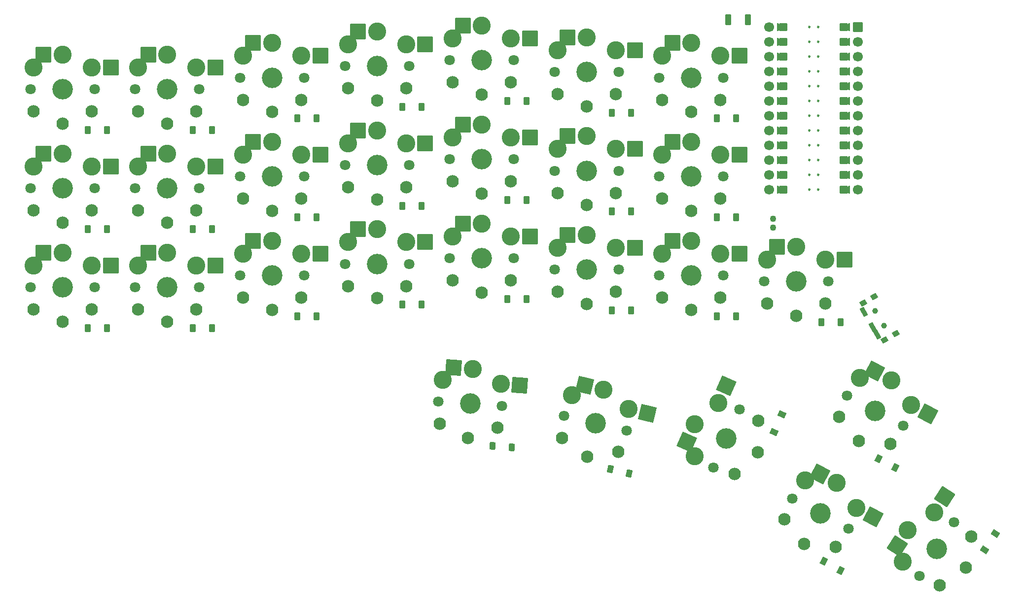
<source format=gbr>
%TF.GenerationSoftware,KiCad,Pcbnew,6.0.7*%
%TF.CreationDate,2022-09-14T22:19:13-04:00*%
%TF.ProjectId,flutter_v2_wren,666c7574-7465-4725-9f76-325f7772656e,v1.0.0*%
%TF.SameCoordinates,Original*%
%TF.FileFunction,Soldermask,Bot*%
%TF.FilePolarity,Negative*%
%FSLAX46Y46*%
G04 Gerber Fmt 4.6, Leading zero omitted, Abs format (unit mm)*
G04 Created by KiCad (PCBNEW 6.0.7) date 2022-09-14 22:19:13*
%MOMM*%
%LPD*%
G01*
G04 APERTURE LIST*
G04 Aperture macros list*
%AMRoundRect*
0 Rectangle with rounded corners*
0 $1 Rounding radius*
0 $2 $3 $4 $5 $6 $7 $8 $9 X,Y pos of 4 corners*
0 Add a 4 corners polygon primitive as box body*
4,1,4,$2,$3,$4,$5,$6,$7,$8,$9,$2,$3,0*
0 Add four circle primitives for the rounded corners*
1,1,$1+$1,$2,$3*
1,1,$1+$1,$4,$5*
1,1,$1+$1,$6,$7*
1,1,$1+$1,$8,$9*
0 Add four rect primitives between the rounded corners*
20,1,$1+$1,$2,$3,$4,$5,0*
20,1,$1+$1,$4,$5,$6,$7,0*
20,1,$1+$1,$6,$7,$8,$9,0*
20,1,$1+$1,$8,$9,$2,$3,0*%
%AMFreePoly0*
4,1,14,0.635355,0.435355,0.650000,0.400000,0.650000,0.200000,0.635355,0.164645,0.035355,-0.435355,0.000000,-0.450000,-0.035355,-0.435355,-0.635355,0.164645,-0.650000,0.200000,-0.650000,0.400000,-0.635355,0.435355,-0.600000,0.450000,0.600000,0.450000,0.635355,0.435355,0.635355,0.435355,$1*%
%AMFreePoly1*
4,1,16,0.635355,1.035355,0.650000,1.000000,0.650000,-0.250000,0.635355,-0.285355,0.600000,-0.300000,-0.600000,-0.300000,-0.635355,-0.285355,-0.650000,-0.250000,-0.650000,1.000000,-0.635355,1.035355,-0.600000,1.050000,-0.564645,1.035355,0.000000,0.470710,0.564645,1.035355,0.600000,1.050000,0.635355,1.035355,0.635355,1.035355,$1*%
G04 Aperture macros list end*
%ADD10C,0.250000*%
%ADD11C,0.100000*%
%ADD12C,1.100000*%
%ADD13RoundRect,0.050000X0.450000X0.600000X-0.450000X0.600000X-0.450000X-0.600000X0.450000X-0.600000X0*%
%ADD14C,1.801800*%
%ADD15C,3.100000*%
%ADD16C,3.529000*%
%ADD17RoundRect,0.050000X-1.300000X-1.300000X1.300000X-1.300000X1.300000X1.300000X-1.300000X1.300000X0*%
%ADD18C,2.132000*%
%ADD19RoundRect,0.050000X0.658851X-1.716367X1.716367X0.658851X-0.658851X1.716367X-1.716367X-0.658851X0*%
%ADD20RoundRect,0.050000X-0.258115X0.704185X-0.748290X-0.050618X0.258115X-0.704185X0.748290X0.050618X0*%
%ADD21RoundRect,0.050000X0.679009X0.318506X-0.115643X0.741031X-0.679009X-0.318506X0.115643X-0.741031X0*%
%ADD22RoundRect,0.050000X-1.758145X-0.537519X0.537519X-1.758145X1.758145X0.537519X-0.537519X1.758145X0*%
%ADD23RoundRect,0.050000X0.382241X-1.798302X1.798302X0.382241X-0.382241X1.798302X-1.798302X-0.382241X0*%
%ADD24RoundRect,0.050000X-0.450000X-0.850000X0.450000X-0.850000X0.450000X0.850000X-0.450000X0.850000X0*%
%ADD25RoundRect,0.050000X-1.567560X-0.960602X0.960602X-1.567560X1.567560X0.960602X-0.960602X1.567560X0*%
%ADD26C,1.700000*%
%ADD27FreePoly0,90.000000*%
%ADD28FreePoly0,270.000000*%
%ADD29RoundRect,0.050000X-0.800000X0.800000X-0.800000X-0.800000X0.800000X-0.800000X0.800000X0.800000X0*%
%ADD30FreePoly1,90.000000*%
%ADD31FreePoly1,270.000000*%
%ADD32RoundRect,0.050000X-1.387517X-1.206150X1.206150X-1.387517X1.387517X1.206150X-1.206150X1.387517X0*%
%ADD33C,1.000000*%
%ADD34RoundRect,0.050000X-0.233013X-0.596410X0.633013X-0.096410X0.233013X0.596410X-0.633013X0.096410X0*%
%ADD35RoundRect,0.050000X0.071891X-0.824519X0.678109X-0.474519X-0.071891X0.824519X-0.678109X0.474519X0*%
%ADD36RoundRect,0.050000X0.577634X0.478372X-0.297499X0.688472X-0.577634X-0.478372X0.297499X-0.688472X0*%
%ADD37RoundRect,0.050000X-0.365096X0.655137X-0.731159X-0.167053X0.365096X-0.655137X0.731159X0.167053X0*%
%ADD38RoundRect,0.050000X0.490758X0.567148X-0.407050X0.629929X-0.490758X-0.567148X0.407050X-0.629929X0*%
G04 APERTURE END LIST*
D10*
%TO.C,MCU1*%
X129887000Y39640000D02*
G75*
G03*
X129887000Y39640000I-125000J0D01*
G01*
X129887000Y42180000D02*
G75*
G03*
X129887000Y42180000I-125000J0D01*
G01*
X129887000Y19320000D02*
G75*
G03*
X129887000Y19320000I-125000J0D01*
G01*
X128363000Y37100000D02*
G75*
G03*
X128363000Y37100000I-125000J0D01*
G01*
X129887000Y37100000D02*
G75*
G03*
X129887000Y37100000I-125000J0D01*
G01*
X128363000Y21860000D02*
G75*
G03*
X128363000Y21860000I-125000J0D01*
G01*
X128363000Y39640000D02*
G75*
G03*
X128363000Y39640000I-125000J0D01*
G01*
X128363000Y29480000D02*
G75*
G03*
X128363000Y29480000I-125000J0D01*
G01*
X129887000Y21860000D02*
G75*
G03*
X129887000Y21860000I-125000J0D01*
G01*
X129887000Y16780000D02*
G75*
G03*
X129887000Y16780000I-125000J0D01*
G01*
X128363000Y44720000D02*
G75*
G03*
X128363000Y44720000I-125000J0D01*
G01*
X129887000Y24400000D02*
G75*
G03*
X129887000Y24400000I-125000J0D01*
G01*
X129887000Y44720000D02*
G75*
G03*
X129887000Y44720000I-125000J0D01*
G01*
X129887000Y26940000D02*
G75*
G03*
X129887000Y26940000I-125000J0D01*
G01*
X128363000Y32020000D02*
G75*
G03*
X128363000Y32020000I-125000J0D01*
G01*
X128363000Y16780000D02*
G75*
G03*
X128363000Y16780000I-125000J0D01*
G01*
X129887000Y34560000D02*
G75*
G03*
X129887000Y34560000I-125000J0D01*
G01*
X128363000Y24400000D02*
G75*
G03*
X128363000Y24400000I-125000J0D01*
G01*
X128363000Y42180000D02*
G75*
G03*
X128363000Y42180000I-125000J0D01*
G01*
X129887000Y29480000D02*
G75*
G03*
X129887000Y29480000I-125000J0D01*
G01*
X129887000Y32020000D02*
G75*
G03*
X129887000Y32020000I-125000J0D01*
G01*
X128363000Y19320000D02*
G75*
G03*
X128363000Y19320000I-125000J0D01*
G01*
X128363000Y34560000D02*
G75*
G03*
X128363000Y34560000I-125000J0D01*
G01*
X128363000Y26940000D02*
G75*
G03*
X128363000Y26940000I-125000J0D01*
G01*
G36*
X123920000Y26432000D02*
G01*
X122904000Y26432000D01*
X122904000Y27448000D01*
X123920000Y27448000D01*
X123920000Y26432000D01*
G37*
D11*
X123920000Y26432000D02*
X122904000Y26432000D01*
X122904000Y27448000D01*
X123920000Y27448000D01*
X123920000Y26432000D01*
G36*
X135096000Y26432000D02*
G01*
X134080000Y26432000D01*
X134080000Y27448000D01*
X135096000Y27448000D01*
X135096000Y26432000D01*
G37*
X135096000Y26432000D02*
X134080000Y26432000D01*
X134080000Y27448000D01*
X135096000Y27448000D01*
X135096000Y26432000D01*
G36*
X123920000Y31512000D02*
G01*
X122904000Y31512000D01*
X122904000Y32528000D01*
X123920000Y32528000D01*
X123920000Y31512000D01*
G37*
X123920000Y31512000D02*
X122904000Y31512000D01*
X122904000Y32528000D01*
X123920000Y32528000D01*
X123920000Y31512000D01*
G36*
X123920000Y18812000D02*
G01*
X122904000Y18812000D01*
X122904000Y19828000D01*
X123920000Y19828000D01*
X123920000Y18812000D01*
G37*
X123920000Y18812000D02*
X122904000Y18812000D01*
X122904000Y19828000D01*
X123920000Y19828000D01*
X123920000Y18812000D01*
G36*
X135096000Y41672000D02*
G01*
X134080000Y41672000D01*
X134080000Y42688000D01*
X135096000Y42688000D01*
X135096000Y41672000D01*
G37*
X135096000Y41672000D02*
X134080000Y41672000D01*
X134080000Y42688000D01*
X135096000Y42688000D01*
X135096000Y41672000D01*
G36*
X123920000Y16272000D02*
G01*
X122904000Y16272000D01*
X122904000Y17288000D01*
X123920000Y17288000D01*
X123920000Y16272000D01*
G37*
X123920000Y16272000D02*
X122904000Y16272000D01*
X122904000Y17288000D01*
X123920000Y17288000D01*
X123920000Y16272000D01*
G36*
X123920000Y39132000D02*
G01*
X122904000Y39132000D01*
X122904000Y40148000D01*
X123920000Y40148000D01*
X123920000Y39132000D01*
G37*
X123920000Y39132000D02*
X122904000Y39132000D01*
X122904000Y40148000D01*
X123920000Y40148000D01*
X123920000Y39132000D01*
G36*
X135096000Y31512000D02*
G01*
X134080000Y31512000D01*
X134080000Y32528000D01*
X135096000Y32528000D01*
X135096000Y31512000D01*
G37*
X135096000Y31512000D02*
X134080000Y31512000D01*
X134080000Y32528000D01*
X135096000Y32528000D01*
X135096000Y31512000D01*
G36*
X135096000Y21352000D02*
G01*
X134080000Y21352000D01*
X134080000Y22368000D01*
X135096000Y22368000D01*
X135096000Y21352000D01*
G37*
X135096000Y21352000D02*
X134080000Y21352000D01*
X134080000Y22368000D01*
X135096000Y22368000D01*
X135096000Y21352000D01*
G36*
X123920000Y23892000D02*
G01*
X122904000Y23892000D01*
X122904000Y24908000D01*
X123920000Y24908000D01*
X123920000Y23892000D01*
G37*
X123920000Y23892000D02*
X122904000Y23892000D01*
X122904000Y24908000D01*
X123920000Y24908000D01*
X123920000Y23892000D01*
G36*
X135096000Y44212000D02*
G01*
X134080000Y44212000D01*
X134080000Y45228000D01*
X135096000Y45228000D01*
X135096000Y44212000D01*
G37*
X135096000Y44212000D02*
X134080000Y44212000D01*
X134080000Y45228000D01*
X135096000Y45228000D01*
X135096000Y44212000D01*
G36*
X123920000Y21352000D02*
G01*
X122904000Y21352000D01*
X122904000Y22368000D01*
X123920000Y22368000D01*
X123920000Y21352000D01*
G37*
X123920000Y21352000D02*
X122904000Y21352000D01*
X122904000Y22368000D01*
X123920000Y22368000D01*
X123920000Y21352000D01*
G36*
X123920000Y36592000D02*
G01*
X122904000Y36592000D01*
X122904000Y37608000D01*
X123920000Y37608000D01*
X123920000Y36592000D01*
G37*
X123920000Y36592000D02*
X122904000Y36592000D01*
X122904000Y37608000D01*
X123920000Y37608000D01*
X123920000Y36592000D01*
G36*
X123920000Y41672000D02*
G01*
X122904000Y41672000D01*
X122904000Y42688000D01*
X123920000Y42688000D01*
X123920000Y41672000D01*
G37*
X123920000Y41672000D02*
X122904000Y41672000D01*
X122904000Y42688000D01*
X123920000Y42688000D01*
X123920000Y41672000D01*
G36*
X135096000Y23892000D02*
G01*
X134080000Y23892000D01*
X134080000Y24908000D01*
X135096000Y24908000D01*
X135096000Y23892000D01*
G37*
X135096000Y23892000D02*
X134080000Y23892000D01*
X134080000Y24908000D01*
X135096000Y24908000D01*
X135096000Y23892000D01*
G36*
X123920000Y34052000D02*
G01*
X122904000Y34052000D01*
X122904000Y35068000D01*
X123920000Y35068000D01*
X123920000Y34052000D01*
G37*
X123920000Y34052000D02*
X122904000Y34052000D01*
X122904000Y35068000D01*
X123920000Y35068000D01*
X123920000Y34052000D01*
G36*
X135096000Y39132000D02*
G01*
X134080000Y39132000D01*
X134080000Y40148000D01*
X135096000Y40148000D01*
X135096000Y39132000D01*
G37*
X135096000Y39132000D02*
X134080000Y39132000D01*
X134080000Y40148000D01*
X135096000Y40148000D01*
X135096000Y39132000D01*
G36*
X123920000Y28972000D02*
G01*
X122904000Y28972000D01*
X122904000Y29988000D01*
X123920000Y29988000D01*
X123920000Y28972000D01*
G37*
X123920000Y28972000D02*
X122904000Y28972000D01*
X122904000Y29988000D01*
X123920000Y29988000D01*
X123920000Y28972000D01*
G36*
X135096000Y36592000D02*
G01*
X134080000Y36592000D01*
X134080000Y37608000D01*
X135096000Y37608000D01*
X135096000Y36592000D01*
G37*
X135096000Y36592000D02*
X134080000Y36592000D01*
X134080000Y37608000D01*
X135096000Y37608000D01*
X135096000Y36592000D01*
G36*
X135096000Y34052000D02*
G01*
X134080000Y34052000D01*
X134080000Y35068000D01*
X135096000Y35068000D01*
X135096000Y34052000D01*
G37*
X135096000Y34052000D02*
X134080000Y34052000D01*
X134080000Y35068000D01*
X135096000Y35068000D01*
X135096000Y34052000D01*
G36*
X123920000Y44212000D02*
G01*
X122904000Y44212000D01*
X122904000Y45228000D01*
X123920000Y45228000D01*
X123920000Y44212000D01*
G37*
X123920000Y44212000D02*
X122904000Y44212000D01*
X122904000Y45228000D01*
X123920000Y45228000D01*
X123920000Y44212000D01*
G36*
X135096000Y16272000D02*
G01*
X134080000Y16272000D01*
X134080000Y17288000D01*
X135096000Y17288000D01*
X135096000Y16272000D01*
G37*
X135096000Y16272000D02*
X134080000Y16272000D01*
X134080000Y17288000D01*
X135096000Y17288000D01*
X135096000Y16272000D01*
G36*
X135096000Y18812000D02*
G01*
X134080000Y18812000D01*
X134080000Y19828000D01*
X135096000Y19828000D01*
X135096000Y18812000D01*
G37*
X135096000Y18812000D02*
X134080000Y18812000D01*
X134080000Y19828000D01*
X135096000Y19828000D01*
X135096000Y18812000D01*
G36*
X135096000Y28972000D02*
G01*
X134080000Y28972000D01*
X134080000Y29988000D01*
X135096000Y29988000D01*
X135096000Y28972000D01*
G37*
X135096000Y28972000D02*
X134080000Y28972000D01*
X134080000Y29988000D01*
X135096000Y29988000D01*
X135096000Y28972000D01*
%TD*%
D12*
%TO.C,*%
X122000000Y11750000D03*
X122000000Y10250000D03*
%TD*%
D13*
%TO.C,D10*%
X61650000Y-3000000D03*
X58350000Y-3000000D03*
%TD*%
D14*
%TO.C,S24*%
X48500000Y38000000D03*
X59500000Y38000000D03*
D15*
X54000000Y43950000D03*
X49000000Y41750000D03*
D16*
X54000000Y38000000D03*
D15*
X59000000Y41750000D03*
X54000000Y43950000D03*
D17*
X50725000Y43950000D03*
X62275000Y41750000D03*
%TD*%
D16*
%TO.C,S51*%
X126000000Y1000000D03*
D14*
X131500000Y1000000D03*
X120500000Y1000000D03*
D18*
X121000000Y-2800000D03*
X131000000Y-2800000D03*
X126000000Y-4900000D03*
X126000000Y-4900000D03*
%TD*%
D14*
%TO.C,S9*%
X23500000Y17000000D03*
X12500000Y17000000D03*
D16*
X18000000Y17000000D03*
D18*
X13000000Y13200000D03*
X23000000Y13200000D03*
X18000000Y11100000D03*
X18000000Y11100000D03*
%TD*%
D16*
%TO.C,S27*%
X72000000Y22000000D03*
D14*
X66500000Y22000000D03*
X77500000Y22000000D03*
D18*
X67000000Y18200000D03*
X77000000Y18200000D03*
X72000000Y16100000D03*
X72000000Y16100000D03*
%TD*%
D13*
%TO.C,D13*%
X79650000Y-2000000D03*
X76350000Y-2000000D03*
%TD*%
D15*
%TO.C,S44*%
X108540521Y-29042465D03*
D16*
X114000000Y-26000000D03*
D14*
X111762948Y-31024500D03*
D15*
X108564405Y-23579917D03*
X112607888Y-19907010D03*
D14*
X116237052Y-20975500D03*
D15*
X108564405Y-23579917D03*
D19*
X107232342Y-26571778D03*
X113939950Y-16915149D03*
%TD*%
D14*
%TO.C,S15*%
X41500000Y19000000D03*
X30500000Y19000000D03*
D16*
X36000000Y19000000D03*
D18*
X31000000Y15200000D03*
X41000000Y15200000D03*
X36000000Y13100000D03*
X36000000Y13100000D03*
%TD*%
D20*
%TO.C,D25*%
X160171373Y-42374190D03*
X158374065Y-45141802D03*
%TD*%
D13*
%TO.C,D26*%
X133650000Y-6000000D03*
X130350000Y-6000000D03*
%TD*%
D16*
%TO.C,S42*%
X108000000Y36000000D03*
D15*
X103000000Y39750000D03*
X108000000Y41950000D03*
X108000000Y41950000D03*
X113000000Y39750000D03*
D14*
X102500000Y36000000D03*
X113500000Y36000000D03*
D17*
X104725000Y41950000D03*
X116275000Y39750000D03*
%TD*%
D16*
%TO.C,S47*%
X139545310Y-21226217D03*
D14*
X134689098Y-18644123D03*
X144401522Y-23808311D03*
D18*
X142176056Y-26928776D03*
X133346580Y-22234060D03*
X136775428Y-26435608D03*
X136775428Y-26435608D03*
%TD*%
D13*
%TO.C,D2*%
X7650000Y10000000D03*
X4350000Y10000000D03*
%TD*%
D15*
%TO.C,S26*%
X72000000Y10950000D03*
D14*
X77500000Y5000000D03*
D15*
X67000000Y8750000D03*
D14*
X66500000Y5000000D03*
D15*
X72000000Y10950000D03*
D16*
X72000000Y5000000D03*
D15*
X77000000Y8750000D03*
D17*
X68725000Y10950000D03*
X80275000Y8750000D03*
%TD*%
D14*
%TO.C,S8*%
X23500000Y0D03*
D15*
X23000000Y3750000D03*
D14*
X12500000Y0D03*
D15*
X18000000Y5950000D03*
X13000000Y3750000D03*
X18000000Y5950000D03*
D16*
X18000000Y0D03*
D17*
X14725000Y5950000D03*
X26275000Y3750000D03*
%TD*%
D13*
%TO.C,D21*%
X115650000Y29000000D03*
X112350000Y29000000D03*
%TD*%
%TO.C,D14*%
X79650000Y15000000D03*
X76350000Y15000000D03*
%TD*%
D15*
%TO.C,S18*%
X31000000Y39750000D03*
D14*
X41500000Y36000000D03*
D16*
X36000000Y36000000D03*
D14*
X30500000Y36000000D03*
D15*
X41000000Y39750000D03*
X36000000Y41950000D03*
X36000000Y41950000D03*
D17*
X32725000Y41950000D03*
X44275000Y39750000D03*
%TD*%
D14*
%TO.C,S39*%
X113500000Y19000000D03*
D16*
X108000000Y19000000D03*
D14*
X102500000Y19000000D03*
D18*
X103000000Y15200000D03*
X113000000Y15200000D03*
X108000000Y13100000D03*
X108000000Y13100000D03*
%TD*%
D16*
%TO.C,S3*%
X0Y17000000D03*
D14*
X-5500000Y17000000D03*
X5500000Y17000000D03*
D18*
X5000000Y13200000D03*
X-5000000Y13200000D03*
X0Y11100000D03*
X0Y11100000D03*
%TD*%
D16*
%TO.C,S53*%
X70000000Y-20000000D03*
D14*
X64513398Y-19616339D03*
X75486602Y-20383661D03*
D18*
X64747105Y-23441961D03*
X74722746Y-24139526D03*
X69588437Y-25885628D03*
X69588437Y-25885628D03*
%TD*%
D14*
%TO.C,S23*%
X48500000Y38000000D03*
D16*
X54000000Y38000000D03*
D14*
X59500000Y38000000D03*
D18*
X49000000Y34200000D03*
X59000000Y34200000D03*
X54000000Y32100000D03*
X54000000Y32100000D03*
%TD*%
D13*
%TO.C,D3*%
X7650000Y27000000D03*
X4350000Y27000000D03*
%TD*%
D21*
%TO.C,D23*%
X133624127Y-48657260D03*
X130710399Y-47108004D03*
%TD*%
D14*
%TO.C,S35*%
X84500000Y37000000D03*
D16*
X90000000Y37000000D03*
D14*
X95500000Y37000000D03*
D18*
X85000000Y33200000D03*
X95000000Y33200000D03*
X90000000Y31100000D03*
X90000000Y31100000D03*
%TD*%
D14*
%TO.C,S33*%
X84500000Y20000000D03*
D16*
X90000000Y20000000D03*
D14*
X95500000Y20000000D03*
D18*
X95000000Y16200000D03*
X85000000Y16200000D03*
X90000000Y14100000D03*
X90000000Y14100000D03*
%TD*%
D15*
%TO.C,S48*%
X145720566Y-20262521D03*
X136891090Y-15567806D03*
D16*
X139545310Y-21226217D03*
D14*
X144401522Y-23808311D03*
D15*
X142338666Y-15972679D03*
D14*
X134689098Y-18644123D03*
D15*
X142338666Y-15972679D03*
D22*
X139447012Y-14435159D03*
X148612220Y-21800041D03*
%TD*%
D13*
%TO.C,D8*%
X43650000Y12000000D03*
X40350000Y12000000D03*
%TD*%
D16*
%TO.C,S19*%
X54000000Y4000000D03*
D14*
X48500000Y4000000D03*
X59500000Y4000000D03*
D18*
X59000000Y200000D03*
X49000000Y200000D03*
X54000000Y-1900000D03*
X54000000Y-1900000D03*
%TD*%
D13*
%TO.C,D9*%
X43650000Y29000000D03*
X40350000Y29000000D03*
%TD*%
D21*
%TO.C,D24*%
X143013559Y-30998308D03*
X140099831Y-29449052D03*
%TD*%
D14*
%TO.C,S55*%
X86151965Y-22116050D03*
X96848035Y-24683950D03*
D16*
X91500000Y-23400000D03*
D18*
X85751058Y-25927779D03*
X95474757Y-28262233D03*
X90122672Y-29136983D03*
X90122672Y-29136983D03*
%TD*%
D14*
%TO.C,S45*%
X125299667Y-36303075D03*
D16*
X130155879Y-38885169D03*
D14*
X135012091Y-41467263D03*
D18*
X123957149Y-39893012D03*
X132786625Y-44587728D03*
X127385997Y-44094560D03*
X127385997Y-44094560D03*
%TD*%
D15*
%TO.C,S20*%
X49000000Y7750000D03*
D14*
X59500000Y4000000D03*
D16*
X54000000Y4000000D03*
D15*
X54000000Y9950000D03*
X54000000Y9950000D03*
D14*
X48500000Y4000000D03*
D15*
X59000000Y7750000D03*
D17*
X50725000Y9950000D03*
X62275000Y7750000D03*
%TD*%
D15*
%TO.C,S4*%
X-5000000Y20750000D03*
D16*
X0Y17000000D03*
D15*
X0Y22950000D03*
X0Y22950000D03*
D14*
X5500000Y17000000D03*
X-5500000Y17000000D03*
D15*
X5000000Y20750000D03*
D17*
X-3275000Y22950000D03*
X8275000Y20750000D03*
%TD*%
D13*
%TO.C,D5*%
X25650000Y10000000D03*
X22350000Y10000000D03*
%TD*%
D15*
%TO.C,S12*%
X23000000Y37750000D03*
X18000000Y39950000D03*
D14*
X23500000Y34000000D03*
X12500000Y34000000D03*
D15*
X13000000Y37750000D03*
D16*
X18000000Y34000000D03*
D15*
X18000000Y39950000D03*
D17*
X14725000Y39950000D03*
X26275000Y37750000D03*
%TD*%
D15*
%TO.C,S50*%
X144265981Y-47128502D03*
D16*
X150134191Y-44977546D03*
D15*
X145144101Y-41736944D03*
D14*
X153129706Y-40364858D03*
D15*
X145144101Y-41736944D03*
D14*
X147138676Y-49590234D03*
D15*
X149712372Y-38741797D03*
D23*
X143360408Y-44483590D03*
X151496064Y-35995151D03*
%TD*%
D24*
%TO.C,*%
X114300000Y46000000D03*
X117700000Y46000000D03*
%TD*%
D13*
%TO.C,D7*%
X43650000Y-5000000D03*
X40350000Y-5000000D03*
%TD*%
D14*
%TO.C,S5*%
X5500000Y34000000D03*
D16*
X0Y34000000D03*
D14*
X-5500000Y34000000D03*
D18*
X5000000Y30200000D03*
X-5000000Y30200000D03*
X0Y28100000D03*
X0Y28100000D03*
%TD*%
D14*
%TO.C,S21*%
X59500000Y21000000D03*
D16*
X54000000Y21000000D03*
D14*
X48500000Y21000000D03*
D18*
X59000000Y17200000D03*
X49000000Y17200000D03*
X54000000Y15100000D03*
X54000000Y15100000D03*
%TD*%
D13*
%TO.C,D16*%
X97650000Y-4000000D03*
X94350000Y-4000000D03*
%TD*%
D14*
%TO.C,S13*%
X30500000Y2000000D03*
X41500000Y2000000D03*
D16*
X36000000Y2000000D03*
D18*
X31000000Y-1800000D03*
X41000000Y-1800000D03*
X36000000Y-3900000D03*
X36000000Y-3900000D03*
%TD*%
D15*
%TO.C,S14*%
X41000000Y5750000D03*
D14*
X30500000Y2000000D03*
D16*
X36000000Y2000000D03*
D15*
X31000000Y5750000D03*
X36000000Y7950000D03*
D14*
X41500000Y2000000D03*
D15*
X36000000Y7950000D03*
D17*
X32725000Y7950000D03*
X44275000Y5750000D03*
%TD*%
D15*
%TO.C,S10*%
X23000000Y20750000D03*
X13000000Y20750000D03*
D14*
X23500000Y17000000D03*
D16*
X18000000Y17000000D03*
D14*
X12500000Y17000000D03*
D15*
X18000000Y22950000D03*
X18000000Y22950000D03*
D17*
X14725000Y22950000D03*
X26275000Y20750000D03*
%TD*%
D14*
%TO.C,S2*%
X5500000Y0D03*
D15*
X0Y5950000D03*
X-5000000Y3750000D03*
X5000000Y3750000D03*
X0Y5950000D03*
D14*
X-5500000Y0D03*
D16*
X0Y0D03*
D17*
X-3275000Y5950000D03*
X8275000Y3750000D03*
%TD*%
D14*
%TO.C,S34*%
X95500000Y20000000D03*
D15*
X95000000Y23750000D03*
D14*
X84500000Y20000000D03*
D15*
X90000000Y25950000D03*
X85000000Y23750000D03*
X90000000Y25950000D03*
D16*
X90000000Y20000000D03*
D17*
X86725000Y25950000D03*
X98275000Y23750000D03*
%TD*%
D15*
%TO.C,S56*%
X92889000Y-17614399D03*
D14*
X86151965Y-22116050D03*
D15*
X92889000Y-17614399D03*
X97237270Y-20920840D03*
D14*
X96848035Y-24683950D03*
D16*
X91500000Y-23400000D03*
D15*
X87513571Y-18586386D03*
D25*
X89704488Y-16849865D03*
X100421781Y-21685373D03*
%TD*%
D14*
%TO.C,S49*%
X153129706Y-40364858D03*
X147138676Y-49590234D03*
D16*
X150134191Y-44977546D03*
D18*
X150597944Y-51240527D03*
X156044334Y-42853821D03*
X155082347Y-48190916D03*
X155082347Y-48190916D03*
%TD*%
D16*
%TO.C,S38*%
X108000000Y2000000D03*
D15*
X103000000Y5750000D03*
X113000000Y5750000D03*
X108000000Y7950000D03*
X108000000Y7950000D03*
D14*
X113500000Y2000000D03*
X102500000Y2000000D03*
D17*
X104725000Y7950000D03*
X116275000Y5750000D03*
%TD*%
D13*
%TO.C,D6*%
X25650000Y27000000D03*
X22350000Y27000000D03*
%TD*%
D16*
%TO.C,S28*%
X72000000Y22000000D03*
D14*
X77500000Y22000000D03*
D15*
X72000000Y27950000D03*
X67000000Y25750000D03*
X77000000Y25750000D03*
X72000000Y27950000D03*
D14*
X66500000Y22000000D03*
D17*
X68725000Y27950000D03*
X80275000Y25750000D03*
%TD*%
D14*
%TO.C,S7*%
X12500000Y0D03*
D16*
X18000000Y0D03*
D14*
X23500000Y0D03*
D18*
X13000000Y-3800000D03*
X23000000Y-3800000D03*
X18000000Y-5900000D03*
X18000000Y-5900000D03*
%TD*%
D13*
%TO.C,D19*%
X115650000Y-5000000D03*
X112350000Y-5000000D03*
%TD*%
D26*
%TO.C,MCU1*%
X136620000Y44720000D03*
X121380000Y34560000D03*
D27*
X123158000Y34560000D03*
D26*
X136620000Y16780000D03*
D27*
X123158000Y21860000D03*
X123158000Y19320000D03*
X123158000Y26940000D03*
X123158000Y16780000D03*
D26*
X136620000Y19320000D03*
D27*
X123158000Y29480000D03*
X123158000Y42180000D03*
X123158000Y39640000D03*
D26*
X136620000Y24400000D03*
X136620000Y26940000D03*
D27*
X123158000Y24400000D03*
D28*
X134842000Y21860000D03*
D26*
X136620000Y42180000D03*
D29*
X136620000Y44720000D03*
D26*
X136620000Y34560000D03*
X136620000Y39640000D03*
X121380000Y29480000D03*
D28*
X134842000Y32020000D03*
X134842000Y39640000D03*
D26*
X121380000Y39640000D03*
D27*
X123158000Y37100000D03*
X123158000Y44720000D03*
D26*
X121380000Y19320000D03*
D28*
X134842000Y34560000D03*
X134842000Y42180000D03*
X134842000Y19320000D03*
X134842000Y29480000D03*
D26*
X121380000Y32020000D03*
D27*
X123158000Y32020000D03*
D28*
X134842000Y24400000D03*
X134842000Y16780000D03*
D26*
X121380000Y42180000D03*
X121380000Y16780000D03*
X121380000Y44720000D03*
X121380000Y21860000D03*
X136620000Y21860000D03*
D28*
X134842000Y44720000D03*
D26*
X121380000Y24400000D03*
X136620000Y32020000D03*
X121380000Y37100000D03*
X121380000Y26940000D03*
D28*
X134842000Y26940000D03*
D26*
X136620000Y29480000D03*
X136620000Y37100000D03*
D28*
X134842000Y37100000D03*
D30*
X124174000Y44720000D03*
X124174000Y42180000D03*
X124174000Y39640000D03*
X124174000Y37100000D03*
X124174000Y34560000D03*
X124174000Y32020000D03*
X124174000Y29480000D03*
X124174000Y26940000D03*
X124174000Y24400000D03*
X124174000Y21860000D03*
X124174000Y19320000D03*
X124174000Y16780000D03*
D31*
X133826000Y16780000D03*
X133826000Y19320000D03*
X133826000Y21860000D03*
X133826000Y24400000D03*
X133826000Y26940000D03*
X133826000Y29480000D03*
X133826000Y32020000D03*
X133826000Y34560000D03*
X133826000Y37100000D03*
X133826000Y39640000D03*
X133826000Y42180000D03*
X133826000Y44720000D03*
%TD*%
D16*
%TO.C,S11*%
X18000000Y34000000D03*
D14*
X12500000Y34000000D03*
X23500000Y34000000D03*
D18*
X13000000Y30200000D03*
X23000000Y30200000D03*
X18000000Y28100000D03*
X18000000Y28100000D03*
%TD*%
D15*
%TO.C,S36*%
X95000000Y40750000D03*
X85000000Y40750000D03*
D14*
X95500000Y37000000D03*
D15*
X90000000Y42950000D03*
X90000000Y42950000D03*
D16*
X90000000Y37000000D03*
D14*
X84500000Y37000000D03*
D17*
X86725000Y42950000D03*
X98275000Y40750000D03*
%TD*%
D13*
%TO.C,D1*%
X7650000Y-7000000D03*
X4350000Y-7000000D03*
%TD*%
%TO.C,D17*%
X97650000Y13000000D03*
X94350000Y13000000D03*
%TD*%
%TO.C,D15*%
X79650000Y32000000D03*
X76350000Y32000000D03*
%TD*%
D15*
%TO.C,S54*%
X75249407Y-16607917D03*
D16*
X70000000Y-20000000D03*
D15*
X70415051Y-14064494D03*
X70415051Y-14064494D03*
D14*
X64513398Y-19616339D03*
X75486602Y-20383661D03*
D15*
X65273767Y-15910352D03*
D32*
X67148029Y-13836041D03*
X78516429Y-16836370D03*
%TD*%
D33*
%TO.C,*%
X141035788Y-6634038D03*
X139535788Y-4035962D03*
D34*
X139413416Y-1624007D03*
X141149500Y-9050993D03*
X143063416Y-7945993D03*
D33*
X141035788Y-6634038D03*
D34*
X137499500Y-2729007D03*
D33*
X139535788Y-4035962D03*
D35*
X137636584Y-4266443D03*
X139136584Y-6864519D03*
X139886584Y-8163557D03*
%TD*%
D14*
%TO.C,S6*%
X5500000Y34000000D03*
D15*
X0Y39950000D03*
D16*
X0Y34000000D03*
D15*
X0Y39950000D03*
X5000000Y37750000D03*
D14*
X-5500000Y34000000D03*
D15*
X-5000000Y37750000D03*
D17*
X-3275000Y39950000D03*
X8275000Y37750000D03*
%TD*%
D36*
%TO.C,D28*%
X97304512Y-31992447D03*
X94095692Y-31222077D03*
%TD*%
D13*
%TO.C,D4*%
X25650000Y-7000000D03*
X22350000Y-7000000D03*
%TD*%
D14*
%TO.C,S1*%
X-5500000Y0D03*
D16*
X0Y0D03*
D14*
X5500000Y0D03*
D18*
X5000000Y-3800000D03*
X-5000000Y-3800000D03*
X0Y-5900000D03*
X0Y-5900000D03*
%TD*%
D14*
%TO.C,S31*%
X95500000Y3000000D03*
X84500000Y3000000D03*
D16*
X90000000Y3000000D03*
D18*
X85000000Y-800000D03*
X95000000Y-800000D03*
X90000000Y-2900000D03*
X90000000Y-2900000D03*
%TD*%
D16*
%TO.C,S37*%
X108000000Y2000000D03*
D14*
X102500000Y2000000D03*
X113500000Y2000000D03*
D18*
X103000000Y-1800000D03*
X113000000Y-1800000D03*
X108000000Y-3900000D03*
X108000000Y-3900000D03*
%TD*%
D16*
%TO.C,S22*%
X54000000Y21000000D03*
D15*
X54000000Y26950000D03*
X59000000Y24750000D03*
X49000000Y24750000D03*
X54000000Y26950000D03*
D14*
X59500000Y21000000D03*
X48500000Y21000000D03*
D17*
X50725000Y26950000D03*
X62275000Y24750000D03*
%TD*%
D15*
%TO.C,S40*%
X113000000Y22750000D03*
D14*
X113500000Y19000000D03*
X102500000Y19000000D03*
D15*
X103000000Y22750000D03*
X108000000Y24950000D03*
D16*
X108000000Y19000000D03*
D15*
X108000000Y24950000D03*
D17*
X104725000Y24950000D03*
X116275000Y22750000D03*
%TD*%
D15*
%TO.C,S46*%
X136331135Y-37921473D03*
D14*
X135012091Y-41467263D03*
D16*
X130155879Y-38885169D03*
D14*
X125299667Y-36303075D03*
D15*
X132949235Y-33631631D03*
X127501659Y-33226758D03*
X132949235Y-33631631D03*
D22*
X130057581Y-32094111D03*
X139222789Y-39458993D03*
%TD*%
D37*
%TO.C,D22*%
X123506353Y-21858534D03*
X122164123Y-24873234D03*
%TD*%
D14*
%TO.C,S41*%
X102500000Y36000000D03*
X113500000Y36000000D03*
D16*
X108000000Y36000000D03*
D18*
X113000000Y32200000D03*
X103000000Y32200000D03*
X108000000Y30100000D03*
X108000000Y30100000D03*
%TD*%
D16*
%TO.C,S43*%
X114000000Y-26000000D03*
D14*
X116237052Y-20975500D03*
X111762948Y-31024500D03*
D18*
X119505156Y-22977872D03*
X115437790Y-32113327D03*
X119389918Y-28399746D03*
X119389918Y-28399746D03*
%TD*%
D38*
%TO.C,D27*%
X77143070Y-27516585D03*
X73851108Y-27286389D03*
%TD*%
D14*
%TO.C,S29*%
X66500000Y39000000D03*
D16*
X72000000Y39000000D03*
D14*
X77500000Y39000000D03*
D18*
X67000000Y35200000D03*
X77000000Y35200000D03*
X72000000Y33100000D03*
X72000000Y33100000D03*
%TD*%
D13*
%TO.C,D12*%
X61650000Y31000000D03*
X58350000Y31000000D03*
%TD*%
D14*
%TO.C,S25*%
X66500000Y5000000D03*
D16*
X72000000Y5000000D03*
D14*
X77500000Y5000000D03*
D18*
X77000000Y1200000D03*
X67000000Y1200000D03*
X72000000Y-900000D03*
X72000000Y-900000D03*
%TD*%
D16*
%TO.C,S17*%
X36000000Y36000000D03*
D14*
X30500000Y36000000D03*
X41500000Y36000000D03*
D18*
X31000000Y32200000D03*
X41000000Y32200000D03*
X36000000Y30100000D03*
X36000000Y30100000D03*
%TD*%
D13*
%TO.C,D20*%
X115650000Y12000000D03*
X112350000Y12000000D03*
%TD*%
D15*
%TO.C,S32*%
X95000000Y6750000D03*
D16*
X90000000Y3000000D03*
D14*
X84500000Y3000000D03*
D15*
X90000000Y8950000D03*
X85000000Y6750000D03*
D14*
X95500000Y3000000D03*
D15*
X90000000Y8950000D03*
D17*
X86725000Y8950000D03*
X98275000Y6750000D03*
%TD*%
D13*
%TO.C,D18*%
X97650000Y30000000D03*
X94350000Y30000000D03*
%TD*%
D15*
%TO.C,S52*%
X126000000Y6950000D03*
X126000000Y6950000D03*
D16*
X126000000Y1000000D03*
D14*
X120500000Y1000000D03*
D15*
X131000000Y4750000D03*
X121000000Y4750000D03*
D14*
X131500000Y1000000D03*
D17*
X122725000Y6950000D03*
X134275000Y4750000D03*
%TD*%
D14*
%TO.C,S16*%
X41500000Y19000000D03*
D15*
X41000000Y22750000D03*
X31000000Y22750000D03*
D16*
X36000000Y19000000D03*
D14*
X30500000Y19000000D03*
D15*
X36000000Y24950000D03*
X36000000Y24950000D03*
D17*
X32725000Y24950000D03*
X44275000Y22750000D03*
%TD*%
D13*
%TO.C,D11*%
X61650000Y14000000D03*
X58350000Y14000000D03*
%TD*%
D15*
%TO.C,S30*%
X67000000Y42750000D03*
X77000000Y42750000D03*
X72000000Y44950000D03*
D14*
X77500000Y39000000D03*
D15*
X72000000Y44950000D03*
D14*
X66500000Y39000000D03*
D16*
X72000000Y39000000D03*
D17*
X68725000Y44950000D03*
X80275000Y42750000D03*
%TD*%
M02*

</source>
